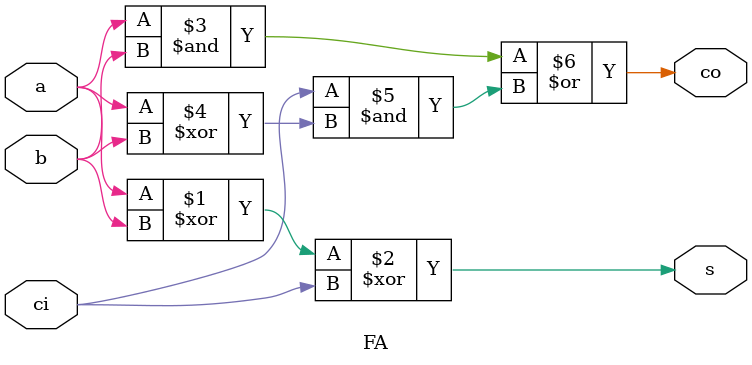
<source format=v>
`timescale 1ns / 1ps

module FA(
input a,b,ci,
output co, s
    );
    
    assign s = (a^b)^ci,
    co = (a&b)|(ci&(a^b));
endmodule

</source>
